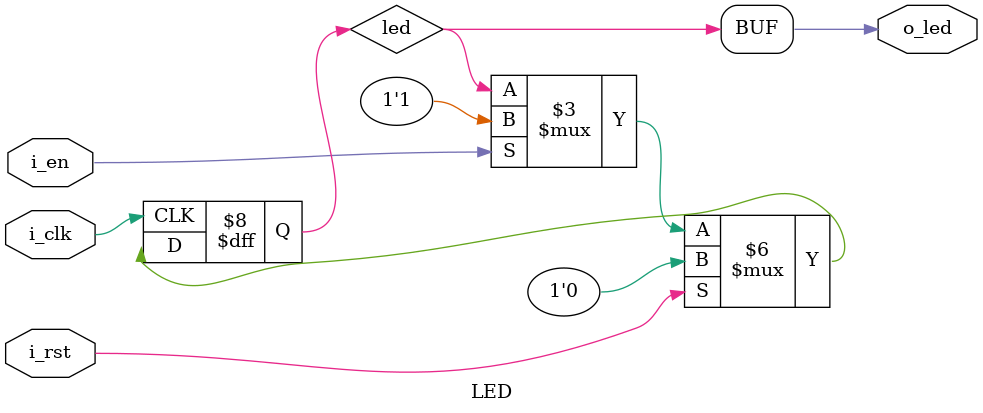
<source format=sv>
`timescale 1ns / 1ps

module LED(
    // input ports
    input wire      i_clk   ,
    input wire      i_rst   ,
    input wire      i_en    ,
    output wire     o_led
    );
    
    // RTL Code
    reg led;
    initial led = 0;
    
    // assign register to wire
    assign o_led = led;
    
    // sequential logic : operate with clock
    always @ (posedge i_clk) begin
        // Reset
        if (i_rst) begin
            led <= 0;
        end
        // Run
        else begin
            if (i_en) begin
                led <= 1;
            end
        end
    end
    
endmodule

</source>
